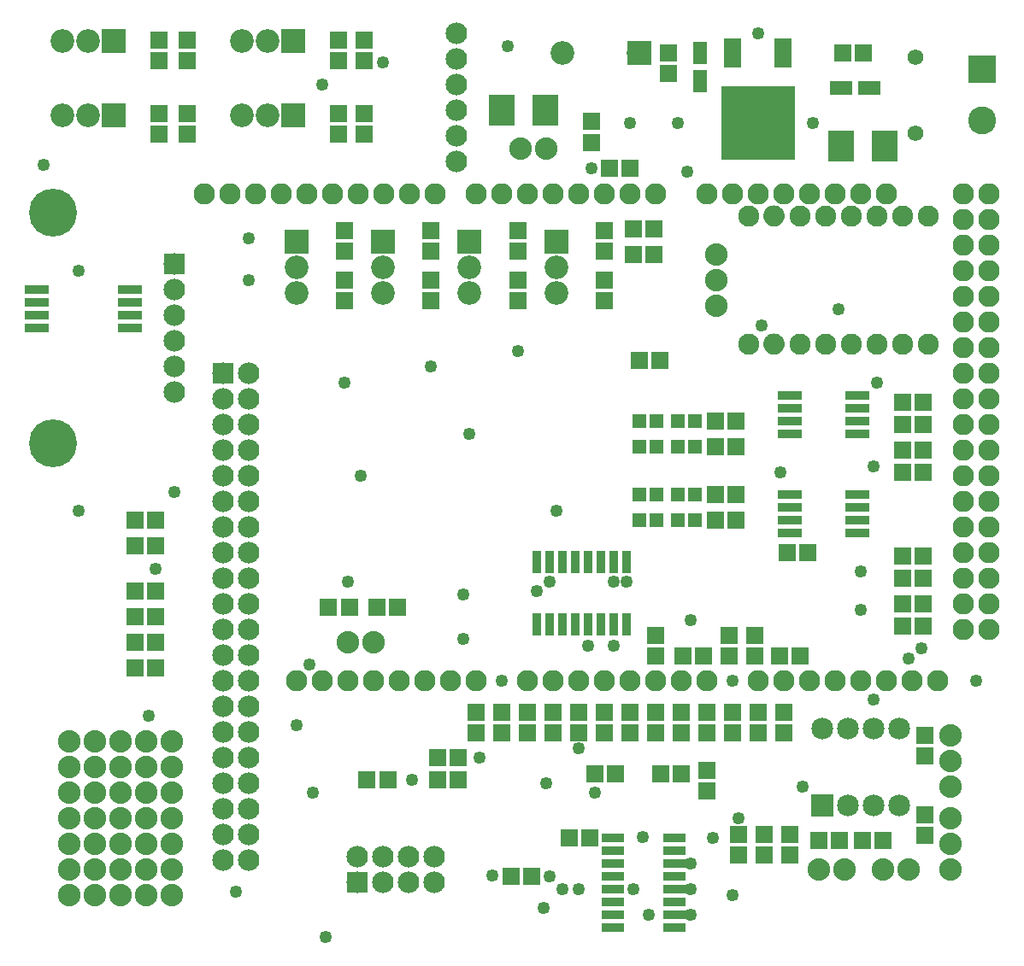
<source format=gts>
G04 MADE WITH FRITZING*
G04 WWW.FRITZING.ORG*
G04 DOUBLE SIDED*
G04 HOLES PLATED*
G04 CONTOUR ON CENTER OF CONTOUR VECTOR*
%ASAXBY*%
%FSLAX23Y23*%
%MOIN*%
%OFA0B0*%
%SFA1.0B1.0*%
%ADD10C,0.084000*%
%ADD11C,0.049370*%
%ADD12C,0.082472*%
%ADD13C,0.082445*%
%ADD14C,0.082417*%
%ADD15C,0.187165*%
%ADD16C,0.088000*%
%ADD17C,0.085000*%
%ADD18C,0.082917*%
%ADD19C,0.092000*%
%ADD20C,0.061496*%
%ADD21C,0.109055*%
%ADD22R,0.084000X0.084000*%
%ADD23R,0.065118X0.069055*%
%ADD24R,0.285591X0.285591*%
%ADD25R,0.069055X0.116299*%
%ADD26R,0.057244X0.088740*%
%ADD27R,0.069055X0.065118*%
%ADD28R,0.096614X0.033622*%
%ADD29R,0.100086X0.123708*%
%ADD30R,0.036000X0.090000*%
%ADD31R,0.096900X0.034000*%
%ADD32R,0.057244X0.053307*%
%ADD33R,0.088740X0.057244*%
%ADD34R,0.090000X0.036000*%
%ADD35R,0.085000X0.085000*%
%ADD36R,0.092000X0.092000*%
%ADD37R,0.109055X0.109055*%
%ADD38R,0.001000X0.001000*%
%LNMASK1*%
G90*
G70*
G54D10*
X1319Y482D03*
X1419Y482D03*
X1519Y482D03*
X1619Y482D03*
X1319Y382D03*
X1419Y382D03*
X1519Y382D03*
X1619Y382D03*
G54D11*
X232Y1832D03*
X2882Y3695D03*
X1282Y1557D03*
X532Y1607D03*
X2457Y257D03*
X2432Y558D03*
X1732Y1507D03*
X232Y2770D03*
X1907Y3645D03*
X3094Y3345D03*
X2607Y3157D03*
X894Y2895D03*
X2244Y732D03*
X2057Y770D03*
X1194Y170D03*
X1844Y408D03*
X2782Y332D03*
X2807Y632D03*
X3519Y1295D03*
X3282Y1445D03*
X1419Y3582D03*
X1332Y1970D03*
X2094Y1832D03*
X1757Y2132D03*
X1082Y995D03*
G54D12*
X2844Y2482D03*
X3544Y2982D03*
X3444Y2982D03*
X3344Y2982D03*
X3244Y2982D03*
X3144Y2982D03*
G54D13*
X3044Y2982D03*
G54D12*
X2844Y2982D03*
G54D13*
X3544Y2482D03*
G54D14*
X3444Y2482D03*
G54D13*
X3344Y2482D03*
G54D12*
X3244Y2482D03*
G54D13*
X3144Y2482D03*
G54D14*
X3044Y2482D03*
G54D11*
X2707Y557D03*
X2019Y1520D03*
X2232Y3170D03*
X2070Y407D03*
X2569Y3345D03*
X2382Y3345D03*
X607Y1907D03*
G54D10*
X607Y2794D03*
X607Y2694D03*
X607Y2594D03*
X607Y2494D03*
X607Y2394D03*
X607Y2294D03*
G54D11*
X844Y345D03*
X94Y3182D03*
X1144Y732D03*
X2394Y357D03*
X2182Y357D03*
X2119Y357D03*
X2044Y282D03*
X2620Y257D03*
X2619Y357D03*
X2619Y457D03*
X2181Y905D03*
X3469Y1257D03*
X894Y2732D03*
X3344Y2332D03*
X3282Y1595D03*
X2319Y1557D03*
X2619Y1407D03*
X1794Y870D03*
X1132Y1232D03*
X2219Y1307D03*
X2069Y1557D03*
X2319Y1307D03*
X2369Y1557D03*
X1732Y1332D03*
X3732Y1170D03*
X1532Y782D03*
G54D10*
X1707Y3695D03*
X1707Y3595D03*
X1707Y3495D03*
X1707Y3395D03*
X1707Y3295D03*
X1707Y3195D03*
X1707Y3695D03*
X1707Y3595D03*
X1707Y3495D03*
X1707Y3395D03*
X1707Y3295D03*
X1707Y3195D03*
G54D11*
X3057Y757D03*
G54D15*
X132Y2095D03*
X132Y2995D03*
G54D11*
X1607Y2395D03*
X1944Y2457D03*
X1269Y2332D03*
X1182Y3495D03*
X3332Y1095D03*
X1882Y1170D03*
X507Y1032D03*
X2782Y1170D03*
X3194Y2620D03*
X2969Y1982D03*
X3332Y2007D03*
G54D16*
X594Y332D03*
X494Y332D03*
X394Y332D03*
X294Y332D03*
X194Y332D03*
X594Y932D03*
X494Y932D03*
X394Y932D03*
X294Y932D03*
X194Y932D03*
X194Y732D03*
X294Y732D03*
X394Y732D03*
X494Y732D03*
X494Y432D03*
X494Y532D03*
X194Y432D03*
X194Y532D03*
X294Y432D03*
X294Y532D03*
X394Y432D03*
X394Y532D03*
X594Y432D03*
X594Y532D03*
X194Y832D03*
X294Y832D03*
X394Y832D03*
X494Y832D03*
X494Y632D03*
X594Y632D03*
X1382Y1320D03*
X1282Y1320D03*
X194Y632D03*
X294Y632D03*
X394Y632D03*
X594Y832D03*
X594Y732D03*
G54D11*
X2894Y2557D03*
G54D17*
X3132Y682D03*
X3132Y982D03*
X3232Y682D03*
X3232Y982D03*
X3332Y682D03*
X3332Y982D03*
X3432Y682D03*
X3432Y982D03*
G54D10*
X894Y2370D03*
X894Y2270D03*
X894Y2170D03*
X894Y2070D03*
X894Y1970D03*
X894Y1870D03*
X894Y1770D03*
X894Y1670D03*
X894Y1570D03*
X894Y1470D03*
X894Y1370D03*
X894Y1270D03*
X894Y1170D03*
X894Y1070D03*
X894Y970D03*
X894Y870D03*
X894Y770D03*
X894Y670D03*
X894Y570D03*
X894Y470D03*
X794Y2370D03*
X794Y2270D03*
X794Y2170D03*
X794Y2070D03*
X794Y1970D03*
X794Y1870D03*
X794Y1770D03*
X794Y1670D03*
X794Y1570D03*
X794Y1470D03*
X794Y1370D03*
X794Y1270D03*
X794Y1170D03*
X794Y1070D03*
X794Y970D03*
X794Y870D03*
X794Y770D03*
X794Y670D03*
X794Y570D03*
X794Y470D03*
G54D18*
X2982Y1170D03*
X1382Y1170D03*
X3082Y1170D03*
X3182Y1170D03*
X3282Y1170D03*
X3382Y1170D03*
X3682Y2570D03*
X3482Y1170D03*
X3582Y1170D03*
X1422Y3070D03*
X1982Y1170D03*
X2082Y1170D03*
X2182Y1170D03*
X2282Y1170D03*
X3682Y1770D03*
X2382Y1170D03*
X2482Y1170D03*
X2582Y1170D03*
X2682Y1170D03*
X2182Y3070D03*
X3682Y2970D03*
X3682Y2170D03*
X3682Y1370D03*
X1022Y3070D03*
X1782Y1170D03*
X1782Y3070D03*
X3682Y2770D03*
X3682Y2370D03*
X3682Y1970D03*
X3382Y3070D03*
X3682Y1570D03*
X3282Y3070D03*
X3182Y3070D03*
X3082Y3070D03*
X2982Y3070D03*
X2882Y3070D03*
X2782Y3070D03*
X2682Y3070D03*
X822Y3070D03*
X1222Y3070D03*
X1622Y3070D03*
X1182Y1170D03*
X1582Y1170D03*
X2382Y3070D03*
X1982Y3070D03*
X3682Y3070D03*
X3682Y2870D03*
X3682Y2670D03*
X3682Y2470D03*
X3682Y2270D03*
X3682Y2070D03*
X3682Y1870D03*
X3682Y1670D03*
X3682Y1470D03*
X722Y3070D03*
X922Y3070D03*
X1122Y3070D03*
X1322Y3070D03*
X1522Y3070D03*
X1082Y1170D03*
X1282Y1170D03*
X1482Y1170D03*
X1682Y1170D03*
X2482Y3070D03*
X2282Y3070D03*
X2082Y3070D03*
X1882Y3070D03*
X3782Y3070D03*
X3782Y2970D03*
X3782Y2870D03*
X3782Y2770D03*
X3782Y2670D03*
X3782Y2570D03*
X3782Y2470D03*
X3782Y2370D03*
X3782Y2270D03*
X3782Y2170D03*
X3782Y2070D03*
X3782Y1970D03*
X3782Y1870D03*
X3782Y1770D03*
X3782Y1670D03*
X3782Y1570D03*
X3782Y1470D03*
X3782Y1370D03*
X2882Y1170D03*
G54D19*
X1419Y2882D03*
X1419Y2782D03*
X1419Y2682D03*
X2094Y2882D03*
X2094Y2782D03*
X2094Y2682D03*
X1757Y2882D03*
X1757Y2782D03*
X1757Y2682D03*
X1082Y2882D03*
X1082Y2782D03*
X1082Y2682D03*
G54D16*
X3632Y432D03*
X3632Y532D03*
X3632Y632D03*
X3632Y957D03*
X3632Y857D03*
X3632Y757D03*
X2057Y3245D03*
X1957Y3245D03*
X2719Y2832D03*
X2719Y2732D03*
X2719Y2632D03*
X3119Y432D03*
X3219Y432D03*
X3469Y432D03*
X3369Y432D03*
G54D19*
X2417Y3620D03*
X2119Y3620D03*
G54D20*
X3494Y3307D03*
X3494Y3603D03*
X3494Y3307D03*
X3494Y3603D03*
G54D19*
X369Y3377D03*
X269Y3377D03*
X169Y3377D03*
X1069Y3664D03*
X969Y3664D03*
X869Y3664D03*
X369Y3664D03*
X269Y3664D03*
X169Y3664D03*
X1069Y3377D03*
X969Y3377D03*
X869Y3377D03*
G54D21*
X3757Y3557D03*
X3757Y3357D03*
G54D22*
X1319Y382D03*
G54D23*
X1207Y1457D03*
X1288Y1457D03*
G54D24*
X2882Y3345D03*
G54D25*
X2783Y3618D03*
X2980Y3618D03*
G54D26*
X2657Y3620D03*
X2657Y3510D03*
G54D27*
X2232Y3270D03*
X2232Y3351D03*
G54D23*
X2301Y3170D03*
X2382Y3170D03*
G54D28*
X432Y2595D03*
X69Y2595D03*
X432Y2545D03*
X432Y2645D03*
X432Y2695D03*
X69Y2545D03*
X69Y2645D03*
X69Y2695D03*
G54D29*
X3207Y3257D03*
X3376Y3257D03*
X1882Y3395D03*
X2051Y3395D03*
G54D22*
X607Y2794D03*
G54D30*
X2019Y1390D03*
X2069Y1390D03*
X2119Y1390D03*
X2169Y1390D03*
X2219Y1390D03*
X2269Y1390D03*
X2319Y1390D03*
X2369Y1390D03*
X2369Y1632D03*
X2319Y1632D03*
X2269Y1632D03*
X2219Y1632D03*
X2169Y1632D03*
X2119Y1632D03*
X2069Y1632D03*
X2019Y1632D03*
G54D31*
X3269Y2132D03*
X3269Y2182D03*
X3269Y2232D03*
X3269Y2282D03*
X3004Y2282D03*
X3004Y2232D03*
X3004Y2182D03*
X3004Y2132D03*
X3269Y1745D03*
X3269Y1795D03*
X3269Y1845D03*
X3269Y1895D03*
X3004Y1895D03*
X3004Y1845D03*
X3004Y1795D03*
X3004Y1745D03*
G54D32*
X2569Y1795D03*
X2636Y1795D03*
X2569Y1895D03*
X2636Y1895D03*
X2569Y2082D03*
X2636Y2082D03*
X2569Y2182D03*
X2636Y2182D03*
X2419Y1795D03*
X2486Y1795D03*
X2419Y1895D03*
X2486Y1895D03*
X2419Y2082D03*
X2486Y2082D03*
X2419Y2182D03*
X2486Y2182D03*
G54D33*
X3207Y3482D03*
X3317Y3482D03*
G54D34*
X2557Y207D03*
X2557Y257D03*
X2557Y307D03*
X2557Y357D03*
X2557Y407D03*
X2557Y457D03*
X2557Y507D03*
X2557Y557D03*
X2315Y557D03*
X2315Y507D03*
X2315Y457D03*
X2315Y407D03*
X2315Y357D03*
X2315Y307D03*
X2315Y257D03*
X2315Y207D03*
G54D23*
X2144Y557D03*
X2225Y557D03*
X532Y1220D03*
X451Y1220D03*
X532Y1520D03*
X451Y1520D03*
X2394Y2932D03*
X2475Y2932D03*
X3292Y3620D03*
X3211Y3620D03*
G54D27*
X2532Y3539D03*
X2532Y3620D03*
G54D23*
X532Y1420D03*
X451Y1420D03*
X532Y1320D03*
X451Y1320D03*
X532Y1795D03*
X451Y1795D03*
G54D27*
X1344Y3302D03*
X1344Y3382D03*
X1244Y3589D03*
X1244Y3670D03*
X1344Y3589D03*
X1344Y3670D03*
X1244Y3302D03*
X1244Y3382D03*
X657Y3589D03*
X657Y3670D03*
X544Y3589D03*
X544Y3670D03*
X657Y3302D03*
X657Y3382D03*
X544Y3302D03*
X544Y3382D03*
G54D23*
X3525Y2257D03*
X3444Y2257D03*
X3525Y1982D03*
X3444Y1982D03*
X3525Y2070D03*
X3444Y2070D03*
X3525Y2170D03*
X3444Y2170D03*
X2419Y2420D03*
X2500Y2420D03*
X3525Y1382D03*
X3444Y1382D03*
X3525Y1470D03*
X3444Y1470D03*
X3525Y1570D03*
X3444Y1570D03*
X3525Y1657D03*
X3444Y1657D03*
G54D27*
X1269Y2652D03*
X1269Y2732D03*
X1607Y2652D03*
X1607Y2732D03*
X1944Y2652D03*
X1944Y2732D03*
X2282Y2652D03*
X2282Y2732D03*
X1269Y2926D03*
X1269Y2845D03*
X1607Y2926D03*
X1607Y2845D03*
X1944Y2926D03*
X1944Y2845D03*
X2282Y2926D03*
X2282Y2845D03*
G54D23*
X2714Y2082D03*
X2794Y2082D03*
X2794Y2182D03*
X2714Y2182D03*
X1713Y782D03*
X1632Y782D03*
X2325Y807D03*
X2244Y807D03*
X532Y1695D03*
X451Y1695D03*
X2994Y1670D03*
X3075Y1670D03*
G54D27*
X2769Y1345D03*
X2769Y1264D03*
X2082Y964D03*
X2082Y1045D03*
G54D23*
X1394Y1457D03*
X1475Y1457D03*
X2475Y2832D03*
X2394Y2832D03*
G54D27*
X1982Y964D03*
X1982Y1045D03*
G54D23*
X1713Y870D03*
X1632Y870D03*
G54D27*
X1782Y1045D03*
X1782Y964D03*
G54D23*
X3044Y1266D03*
X2964Y1266D03*
G54D27*
X2482Y1264D03*
X2482Y1345D03*
X3532Y877D03*
X3532Y957D03*
G54D23*
X3289Y545D03*
X3369Y545D03*
X3200Y545D03*
X3119Y545D03*
G54D27*
X3532Y564D03*
X3532Y645D03*
X3007Y570D03*
X3007Y489D03*
X2682Y739D03*
X2682Y820D03*
G54D23*
X2501Y807D03*
X2582Y807D03*
G54D35*
X3132Y682D03*
G54D22*
X794Y2370D03*
G54D36*
X1419Y2882D03*
X2094Y2882D03*
X1757Y2882D03*
X1082Y2882D03*
X2418Y3620D03*
X369Y3377D03*
X1069Y3664D03*
X369Y3664D03*
X1069Y3377D03*
G54D37*
X3757Y3557D03*
G54D27*
X2882Y964D03*
X2882Y1045D03*
X2807Y489D03*
X2807Y570D03*
X2907Y489D03*
X2907Y570D03*
G54D23*
X1357Y782D03*
X1438Y782D03*
G54D27*
X1882Y964D03*
X1882Y1045D03*
X2182Y964D03*
X2182Y1045D03*
X2982Y964D03*
X2982Y1045D03*
X2682Y964D03*
X2682Y1045D03*
X2582Y964D03*
X2582Y1045D03*
X2782Y964D03*
X2782Y1045D03*
X2482Y964D03*
X2482Y1045D03*
X2282Y964D03*
X2282Y1045D03*
X2382Y964D03*
X2382Y1045D03*
G54D23*
X2714Y1795D03*
X2794Y1795D03*
X2794Y1895D03*
X2714Y1895D03*
X2669Y1266D03*
X2589Y1266D03*
G54D27*
X2869Y1264D03*
X2869Y1345D03*
G54D23*
X1919Y407D03*
X2000Y407D03*
G54D38*
X2943Y3024D02*
X2944Y3024D01*
X2936Y3023D02*
X2952Y3023D01*
X2932Y3022D02*
X2956Y3022D01*
X2929Y3021D02*
X2959Y3021D01*
X2927Y3020D02*
X2961Y3020D01*
X2925Y3019D02*
X2963Y3019D01*
X2923Y3018D02*
X2965Y3018D01*
X2921Y3017D02*
X2966Y3017D01*
X2920Y3016D02*
X2968Y3016D01*
X2919Y3015D02*
X2969Y3015D01*
X2917Y3014D02*
X2970Y3014D01*
X2916Y3013D02*
X2971Y3013D01*
X2915Y3012D02*
X2972Y3012D01*
X2914Y3011D02*
X2973Y3011D01*
X2913Y3010D02*
X2974Y3010D01*
X2913Y3009D02*
X2975Y3009D01*
X2912Y3008D02*
X2976Y3008D01*
X2911Y3007D02*
X2977Y3007D01*
X2910Y3006D02*
X2977Y3006D01*
X2910Y3005D02*
X2978Y3005D01*
X2909Y3004D02*
X2979Y3004D01*
X2908Y3003D02*
X2979Y3003D01*
X2908Y3002D02*
X2980Y3002D01*
X2907Y3001D02*
X2980Y3001D01*
X2907Y3000D02*
X2981Y3000D01*
X2906Y2999D02*
X2981Y2999D01*
X2906Y2998D02*
X2982Y2998D01*
X2906Y2997D02*
X2982Y2997D01*
X2905Y2996D02*
X2982Y2996D01*
X2905Y2995D02*
X2983Y2995D01*
X2905Y2994D02*
X2983Y2994D01*
X2905Y2993D02*
X2983Y2993D01*
X2904Y2992D02*
X2983Y2992D01*
X2904Y2991D02*
X2984Y2991D01*
X2904Y2990D02*
X2984Y2990D01*
X2904Y2989D02*
X2984Y2989D01*
X2904Y2988D02*
X2984Y2988D01*
X2903Y2987D02*
X2984Y2987D01*
X2903Y2986D02*
X2984Y2986D01*
X2903Y2985D02*
X2984Y2985D01*
X2903Y2984D02*
X2985Y2984D01*
X2903Y2983D02*
X2985Y2983D01*
X2903Y2982D02*
X2985Y2982D01*
X2903Y2981D02*
X2984Y2981D01*
X2903Y2980D02*
X2984Y2980D01*
X2903Y2979D02*
X2984Y2979D01*
X2904Y2978D02*
X2984Y2978D01*
X2904Y2977D02*
X2984Y2977D01*
X2904Y2976D02*
X2984Y2976D01*
X2904Y2975D02*
X2984Y2975D01*
X2904Y2974D02*
X2984Y2974D01*
X2904Y2973D02*
X2983Y2973D01*
X2905Y2972D02*
X2983Y2972D01*
X2905Y2971D02*
X2983Y2971D01*
X2905Y2970D02*
X2983Y2970D01*
X2906Y2969D02*
X2982Y2969D01*
X2906Y2968D02*
X2982Y2968D01*
X2906Y2967D02*
X2981Y2967D01*
X2907Y2966D02*
X2981Y2966D01*
X2907Y2965D02*
X2980Y2965D01*
X2908Y2964D02*
X2980Y2964D01*
X2908Y2963D02*
X2979Y2963D01*
X2909Y2962D02*
X2979Y2962D01*
X2909Y2961D02*
X2978Y2961D01*
X2910Y2960D02*
X2978Y2960D01*
X2911Y2959D02*
X2977Y2959D01*
X2912Y2958D02*
X2976Y2958D01*
X2912Y2957D02*
X2975Y2957D01*
X2913Y2956D02*
X2975Y2956D01*
X2914Y2955D02*
X2974Y2955D01*
X2915Y2954D02*
X2973Y2954D01*
X2916Y2953D02*
X2972Y2953D01*
X2917Y2952D02*
X2971Y2952D01*
X2918Y2951D02*
X2970Y2951D01*
X2920Y2950D02*
X2968Y2950D01*
X2921Y2949D02*
X2967Y2949D01*
X2922Y2948D02*
X2965Y2948D01*
X2924Y2947D02*
X2964Y2947D01*
X2926Y2946D02*
X2962Y2946D01*
X2928Y2945D02*
X2960Y2945D01*
X2931Y2944D02*
X2957Y2944D01*
X2934Y2943D02*
X2954Y2943D01*
X2939Y2942D02*
X2949Y2942D01*
X2944Y2524D02*
X2944Y2524D01*
X2936Y2523D02*
X2952Y2523D01*
X2932Y2522D02*
X2956Y2522D01*
X2929Y2521D02*
X2959Y2521D01*
X2927Y2520D02*
X2961Y2520D01*
X2925Y2519D02*
X2963Y2519D01*
X2923Y2518D02*
X2965Y2518D01*
X2921Y2517D02*
X2966Y2517D01*
X2920Y2516D02*
X2968Y2516D01*
X2919Y2515D02*
X2969Y2515D01*
X2918Y2514D02*
X2970Y2514D01*
X2916Y2513D02*
X2971Y2513D01*
X2915Y2512D02*
X2972Y2512D01*
X2914Y2511D02*
X2973Y2511D01*
X2913Y2510D02*
X2974Y2510D01*
X2913Y2509D02*
X2975Y2509D01*
X2912Y2508D02*
X2976Y2508D01*
X2911Y2507D02*
X2977Y2507D01*
X2910Y2506D02*
X2977Y2506D01*
X2910Y2505D02*
X2978Y2505D01*
X2909Y2504D02*
X2979Y2504D01*
X2909Y2503D02*
X2979Y2503D01*
X2908Y2502D02*
X2980Y2502D01*
X2907Y2501D02*
X2980Y2501D01*
X2907Y2500D02*
X2981Y2500D01*
X2906Y2499D02*
X2981Y2499D01*
X2906Y2498D02*
X2982Y2498D01*
X2906Y2497D02*
X2982Y2497D01*
X2905Y2496D02*
X2982Y2496D01*
X2905Y2495D02*
X2983Y2495D01*
X2905Y2494D02*
X2983Y2494D01*
X2905Y2493D02*
X2983Y2493D01*
X2904Y2492D02*
X2983Y2492D01*
X2904Y2491D02*
X2984Y2491D01*
X2904Y2490D02*
X2984Y2490D01*
X2904Y2489D02*
X2984Y2489D01*
X2904Y2488D02*
X2984Y2488D01*
X2903Y2487D02*
X2984Y2487D01*
X2903Y2486D02*
X2984Y2486D01*
X2903Y2485D02*
X2984Y2485D01*
X2903Y2484D02*
X2985Y2484D01*
X2903Y2483D02*
X2985Y2483D01*
X2903Y2482D02*
X2985Y2482D01*
X2903Y2481D02*
X2984Y2481D01*
X2903Y2480D02*
X2984Y2480D01*
X2903Y2479D02*
X2984Y2479D01*
X2904Y2478D02*
X2984Y2478D01*
X2904Y2477D02*
X2984Y2477D01*
X2904Y2476D02*
X2984Y2476D01*
X2904Y2475D02*
X2984Y2475D01*
X2904Y2474D02*
X2984Y2474D01*
X2904Y2473D02*
X2983Y2473D01*
X2905Y2472D02*
X2983Y2472D01*
X2905Y2471D02*
X2983Y2471D01*
X2905Y2470D02*
X2983Y2470D01*
X2906Y2469D02*
X2982Y2469D01*
X2906Y2468D02*
X2982Y2468D01*
X2906Y2467D02*
X2981Y2467D01*
X2907Y2466D02*
X2981Y2466D01*
X2907Y2465D02*
X2980Y2465D01*
X2908Y2464D02*
X2980Y2464D01*
X2908Y2463D02*
X2979Y2463D01*
X2909Y2462D02*
X2979Y2462D01*
X2910Y2461D02*
X2978Y2461D01*
X2910Y2460D02*
X2978Y2460D01*
X2911Y2459D02*
X2977Y2459D01*
X2912Y2458D02*
X2976Y2458D01*
X2912Y2457D02*
X2975Y2457D01*
X2913Y2456D02*
X2975Y2456D01*
X2914Y2455D02*
X2974Y2455D01*
X2915Y2454D02*
X2973Y2454D01*
X2916Y2453D02*
X2972Y2453D01*
X2917Y2452D02*
X2971Y2452D01*
X2918Y2451D02*
X2970Y2451D01*
X2920Y2450D02*
X2968Y2450D01*
X2921Y2449D02*
X2967Y2449D01*
X2922Y2448D02*
X2965Y2448D01*
X2924Y2447D02*
X2964Y2447D01*
X2926Y2446D02*
X2962Y2446D01*
X2928Y2445D02*
X2960Y2445D01*
X2931Y2444D02*
X2957Y2444D01*
X2934Y2443D02*
X2954Y2443D01*
X2939Y2442D02*
X2949Y2442D01*
D02*
G04 End of Mask1*
M02*
</source>
